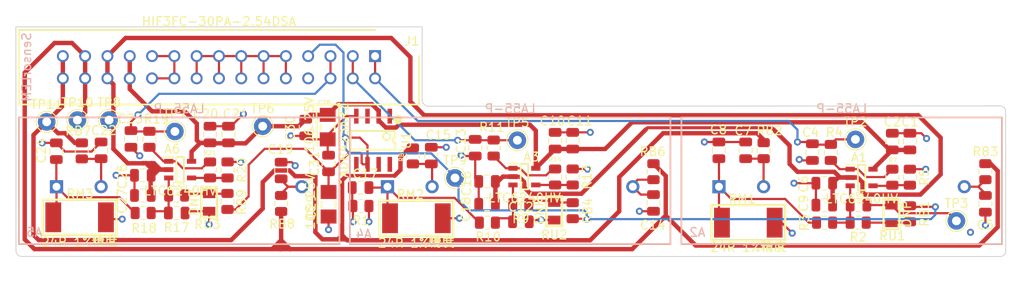
<source format=kicad_pcb>
(kicad_pcb (version 20221018) (generator pcbnew)
  (layers (0 "F.Cu" signal) (1 "In1.Cu" signal) (2 "In2.Cu" signal) (31 "B.Cu" signal) (34 "B.Paste" user) (35 "F.Paste" user) (36 "B.SilkS" user "B.Silkscreen") (37 "F.SilkS" user "F.Silkscreen") (38 "B.Mask" user) (39 "F.Mask" user) (44 "Edge.Cuts" user))
  (net 0 "")
  (net 1 "AGND")
  (net 2 "A+5V")
  (net 3 "Net-(A1-+IN)")
  (net 4 "/VSO1")
  (net 5 "12VGND")
  (net 6 "Net-(A2-POS)")
  (net 7 "A-5V")
  (net 8 "Net-(A2-NEG)")
  (net 9 "/CSO1")
  (net 10 "Net-(A3-+IN)")
  (net 11 "/VSO2")
  (net 12 "Net-(A4-POS)")
  (net 13 "Net-(A4-NEG)")
  (net 14 "/CSO2")
  (net 15 "Net-(A5-POS)")
  (net 16 "Net-(A5-NEG)")
  (net 17 "Net-(A6-+IN)")
  (net 18 "/CSO3")
  (net 19 "/VSO3")
  (net 20 "REF_3V")
  (net 21 "Net-(R2-Pad1)")
  (net 22 "Net-(A1-out)")
  (net 23 "Net-(A1--IN)")
  (net 24 "Net-(R9-Pad1)")
  (net 25 "Net-(A3-out)")
  (net 26 "Net-(A3--IN)")
  (net 27 "Net-(R17-Pad1)")
  (net 28 "Net-(A6-out)")
  (net 29 "Net-(A6--IN)")
  (net 30 "-12")
  (net 31 "+12")
  (footprint "Capacitor_SMD:C_0805_2012Metric" (layer "F.Cu") (at 173.3 118.85 -90)
    (fp_text reference "C1")
    (fp_text value "105")
  )
  (footprint "Resistor_SMD:R_0805_2012Metric" (layer "F.Cu") (at 128.9875 126 180)
    (fp_text reference "R9")
    (fp_text value "20k")
  )
  (footprint "Capacitor_SMD:C_0805_2012Metric" (layer "F.Cu") (at 154.6 119.85 90)
    (fp_text reference "C7")
    (fp_text value "47nf")
  )
  (footprint "Resistor_SMD:R_0805_2012Metric" (layer "F.Cu") (at 173.3 122.9125 -90)
    (fp_text reference "R5")
    (fp_text value "20k")
  )
  (footprint "Capacitor_SMD:C_0805_2012Metric" (layer "F.Cu") (at 89.81 127)
    (fp_text reference "C23")
    (fp_text value "101")
  )
  (footprint "Resistor_SMD:R_0805_2012Metric" (layer "F.Cu") (at 173.3 127.0875 -90)
    (fp_text reference "RB1")
    (fp_text value "0R")
  )
  (footprint "Capacitor_SMD:C_0805_2012Metric" (layer "F.Cu") (at 132.9 118.75 -90)
    (fp_text reference "C10")
    (fp_text value "105")
  )
  (footprint "Resistor_SMD:R_0805_2012Metric" (layer "F.Cu") (at 163.5875 128.1)
    (fp_text reference "R3")
    (fp_text value "10k")
  )
  (footprint "TestPoint:TestPoint_THTPad_D2.0mm_Drill1.0mm" (layer "F.Cu") (at 82.1 116.4)
    (fp_text reference "TP8")
    (fp_text value "TP-黄色测试点")
  )
  (footprint "Oshinoko:2512" (layer "F.Cu") (at 117.0034 127.2764)
    (fp_text reference "RM2")
    (fp_text value "24R 1%精度")
  )
  (footprint "Oshinoko:1206 (钽电容)" (layer "F.Cu") (at 107.1 124.6 -90)
    (fp_text reference "C29")
    (fp_text value "106 25V")
  )
  (footprint "Resistor_SMD:R_0805_2012Metric" (layer "F.Cu") (at 101.7 125.9125 90)
    (fp_text reference "RB8")
    (fp_text value "0R")
  )
  (footprint "TestPoint:TestPoint_THTPad_D2.0mm_Drill1.0mm" (layer "F.Cu") (at 75 116.6)
    (fp_text reference "TP11")
    (fp_text value "TP-黄色测试点")
  )
  (footprint "Resistor_SMD:R_0805_2012Metric" (layer "F.Cu") (at 116.7 120.4875 90)
    (fp_text reference "RB5")
    (fp_text value "0R")
  )
  (footprint "Capacitor_SMD:C_0805_2012Metric" (layer "F.Cu") (at 151.55 119.85 90)
    (fp_text reference "C8")
    (fp_text value "4.7uF")
  )
  (footprint "Resistor_SMD:R_0805_2012Metric" (layer "F.Cu") (at 125.9 119.5875 -90)
    (fp_text reference "R11")
    (fp_text value "470R")
  )
  (footprint "Capacitor_SMD:C_0805_2012Metric" (layer "F.Cu") (at 181.9 125.95 90)
    (fp_text reference "C5")
    (fp_text value "47nf")
  )
  (footprint "Resistor_SMD:R_0805_2012Metric" (layer "F.Cu") (at 93.6 122.0875 -90)
    (fp_text reference "R21")
    (fp_text value "10k")
  )
  (footprint "TestPoint:TestPoint_THTPad_D2.0mm_Drill1.0mm" (layer "F.Cu") (at 167.1 118.6)
    (fp_text reference "TP2")
    (fp_text value "TP-黄色测试点")
  )
  (footprint "Capacitor_SMD:C_0805_2012Metric" (layer "F.Cu") (at 167.45 126.1)
    (fp_text reference "C3")
    (fp_text value "101")
  )
  (footprint "Resistor_SMD:R_0805_2012Metric" (layer "F.Cu") (at 79 119.9125 90)
    (fp_text reference "RB7")
    (fp_text value "0R")
  )
  (footprint "Oshinoko:SOT95P280X100-5N" (layer "F.Cu") (at 90.2 122.05)
    (fp_text reference "A6")
    (fp_text value "LTC6240HV")
  )
  (footprint "Capacitor_SMD:C_0805_2012Metric" (layer "F.Cu") (at 101.7 122.15 -90)
    (fp_text reference "C19")
    (fp_text value "47nf")
  )
  (footprint "Resistor_SMD:R_0805_2012Metric" (layer "F.Cu") (at 125.1875 128.1)
    (fp_text reference "R10")
    (fp_text value "10k")
  )
  (footprint "Oshinoko:SOT95P280X100-5N" (layer "F.Cu") (at 167.8 122.95)
    (fp_text reference "A1")
    (fp_text value "LTC6240HV")
  )
  (footprint "TestPoint:TestPoint_THTPad_D2.0mm_Drill1.0mm" (layer "F.Cu") (at 128.6 118.7)
    (fp_text reference "TP5")
    (fp_text value "TP-黄色测试点")
  )
  (footprint "Resistor_SMD:R_0805_2012Metric" (layer "F.Cu") (at 164.3 120.0875 -90)
    (fp_text reference "R4")
    (fp_text value "470R")
  )
  (footprint "Resistor_SMD:R_0805_2012Metric" (layer "F.Cu") (at 85.9875 127)
    (fp_text reference "R18")
    (fp_text value "10k")
  )
  (footprint "Capacitor_SMD:C_0805_2012Metric" (layer "F.Cu") (at 104.5 117.25 90)
    (fp_text reference "C30")
    (fp_text value "104")
  )
  (footprint "Capacitor_SMD:C_0805_2012Metric" (layer "F.Cu") (at 93.6 118.05 -90)
    (fp_text reference "C20")
    (fp_text value "105")
  )
  (footprint "Resistor_SMD:R_0805_2012Metric" (layer "F.Cu") (at 144.1 122.2875 -90)
    (fp_text reference "RB6")
    (fp_text value "0R")
  )
  (footprint "Resistor_SMD:R_0805_2012Metric" (layer "F.Cu") (at 167.4125 128.1 180)
    (fp_text reference "R2")
    (fp_text value "20k")
  )
  (footprint "Oshinoko:SOIC-8" (layer "F.Cu") (at 114.074255 115.95 -90)
    (fp_text reference "U1")
    (fp_text value "ADR423ARZ")
  )
  (footprint "Capacitor_SMD:C_0805_2012Metric" (layer "F.Cu") (at 171.3 118.85 -90)
    (fp_text reference "C2")
    (fp_text value "103")
  )
  (footprint "Resistor_SMD:R_0805_2012Metric" (layer "F.Cu") (at 95.59 125.6825 90)
    (fp_text reference "RB9")
    (fp_text value "0R")
  )
  (footprint "Capacitor_SMD:C_0805_2012Metric" (layer "F.Cu") (at 76.1 119.95 90)
    (fp_text reference "C24")
    (fp_text value "4.7uF")
  )
  (footprint "Capacitor_SMD:C_0805_2012Metric" (layer "F.Cu") (at 118.8 120.45 90)
    (fp_text reference "C15")
    (fp_text value "47nf")
  )
  (footprint "Resistor_SMD:R_0805_2012Metric" (layer "F.Cu") (at 134.9 122.8875 -90)
    (fp_text reference "R13")
    (fp_text value "20k")
  )
  (footprint "Oshinoko:2512" (layer "F.Cu") (at 154.8034 127.7764)
    (fp_text reference "RM1")
    (fp_text value "24R 1%精度")
  )
  (footprint "Resistor_SMD:R_0805_2012Metric" (layer "F.Cu") (at 181.9 122.2875 -90)
    (fp_text reference "RB3")
    (fp_text value "0R")
  )
  (footprint "Oshinoko:SHDR30W50P254_2X15_4560X850X1200P" (layer "F.Cu") (at 112.4 109.1 180)
    (fp_text reference "J1")
    (fp_text value "HIF3FC-30PA-2.54DSA")
  )
  (footprint "Capacitor_SMD:C_0805_2012Metric" (layer "F.Cu") (at 85.95 125)
    (fp_text reference "C27")
    (fp_text value "105")
  )
  (footprint "Resistor_SMD:R_0805_2012Metric" (layer "F.Cu") (at 156.65 119.8875 90)
    (fp_text reference "RB2")
    (fp_text value "0R")
  )
  (footprint "Resistor_SMD:R_0805_2012Metric" (layer "F.Cu") (at 95.6 122.0875 -90)
    (fp_text reference "R20")
    (fp_text value "20k")
  )
  (footprint "Resistor_SMD:R_0805_2012Metric" (layer "F.Cu") (at 171.3 122.9125 -90)
    (fp_text reference "R7")
    (fp_text value "10k")
  )
  (footprint "Capacitor_SMD:C_0805_2012Metric" (layer "F.Cu") (at 144.1 125.85 90)
    (fp_text reference "C14")
    (fp_text value "47nf")
  )
  (footprint "Oshinoko:0805" (layer "F.Cu") (at 171.2 127.1 90)
    (fp_text reference "RU1")
    (fp_text value "DNP")
  )
  (footprint "Oshinoko:0805" (layer "F.Cu") (at 93.5 125.8 -90)
    (fp_text reference "RU3")
    (fp_text value "DNP")
  )
  (footprint "Capacitor_SMD:C_0805_2012Metric" (layer "F.Cu") (at 123.8 119.55 90)
    (fp_text reference "C13")
    (fp_text value "103")
  )
  (footprint "Capacitor_SMD:C_0805_2012Metric" (layer "F.Cu") (at 110.75 124.1 180)
    (fp_text reference "C17")
    (fp_text value "4.7uF")
  )
  (footprint "TestPoint:TestPoint_THTPad_D2.0mm_Drill1.0mm" (layer "F.Cu") (at 78.5 116.4)
    (fp_text reference "TP10")
    (fp_text value "TP-黄色测试点")
  )
  (footprint "Oshinoko:2512" (layer "F.Cu") (at 78.6534 127.1664)
    (fp_text reference "RM3")
    (fp_text value "24R 1%精度")
  )
  (footprint "Capacitor_SMD:C_0805_2012Metric" (layer "F.Cu") (at 81.2 119.85 90)
    (fp_text reference "C22")
    (fp_text value "47nf")
  )
  (footprint "Oshinoko:SOT95P280X100-5N" (layer "F.Cu") (at 129.4 122.85)
    (fp_text reference "A3")
    (fp_text value "LTC6240HV")
  )
  (footprint "TestPoint:TestPoint_THTPad_D2.0mm_Drill1.0mm" (layer "F.Cu") (at 178.6 127.9)
    (fp_text reference "TP3")
    (fp_text value "TP-黄色测试点")
  )
  (footprint "TestPoint:TestPoint_THTPad_D2.0mm_Drill1.0mm" (layer "F.Cu") (at 89.6 117.7)
    (fp_text reference "TP7")
    (fp_text value "TP-黄色测试点")
  )
  (footprint "Capacitor_SMD:C_0805_2012Metric" (layer "F.Cu") (at 95.7 118.05 -90)
    (fp_text reference "C21")
    (fp_text value "103")
  )
  (footprint "Capacitor_SMD:C_0805_2012Metric" (layer "F.Cu") (at 134.9 118.75 -90)
    (fp_text reference "C11")
    (fp_text value "103")
  )
  (footprint "Capacitor_SMD:C_0805_2012Metric" (layer "F.Cu") (at 84.6 118.55 90)
    (fp_text reference "C25")
    (fp_text value "103")
  )
  (footprint "Resistor_SMD:R_0805_2012Metric" (layer "F.Cu") (at 86.7 118.5875 -90)
    (fp_text reference "R19")
    (fp_text value "470R")
  )
  (footprint "Oshinoko:1206 (钽电容)" (layer "F.Cu") (at 107 115.8 -90)
    (fp_text reference "C28")
    (fp_text value "106 25V")
  )
  (footprint "TestPoint:TestPoint_THTPad_D2.0mm_Drill1.0mm" (layer "F.Cu") (at 99.6 117.1)
    (fp_text reference "TP6")
    (fp_text value "TP-黄色测试点")
  )
  (footprint "Capacitor_SMD:C_0805_2012Metric" (layer "F.Cu") (at 85.95 122.7)
    (fp_text reference "C26")
    (fp_text value "103")
  )
  (footprint "Capacitor_SMD:C_0805_2012Metric" (layer "F.Cu") (at 125.15 123.4)
    (fp_text reference "C16")
    (fp_text value "103")
  )
  (footprint "Resistor_SMD:R_0805_2012Metric" (layer "F.Cu") (at 134.9 126.7375 90)
    (fp_text reference "RB4")
    (fp_text value "0R")
  )
  (footprint "Oshinoko:0805" (layer "F.Cu") (at 132.8 126.8 -90)
    (fp_text reference "RU2")
    (fp_text value "DNP")
  )
  (footprint "Capacitor_SMD:C_0805_2012Metric" (layer "F.Cu") (at 163.55 123.6)
    (fp_text reference "C6")
    (fp_text value "103")
  )
  (footprint "Resistor_SMD:R_0805_2012Metric" (layer "F.Cu") (at 89.8 125 180)
    (fp_text reference "R17")
    (fp_text value "20k")
  )
  (footprint "Capacitor_SMD:C_0805_2012Metric" (layer "F.Cu") (at 162.2 120.05 90)
    (fp_text reference "C4")
    (fp_text value "103")
  )
  (footprint "Resistor_SMD:R_0805_2012Metric" (layer "F.Cu") (at 132.9 122.8875 -90)
    (fp_text reference "R14")
    (fp_text value "10k")
  )
  (footprint "TestPoint:TestPoint_THTPad_D2.0mm_Drill1.0mm" (layer "F.Cu") (at 121.5 123)
    (fp_text reference "TP9")
    (fp_text value "TP-黄色测试点")
  )
  (footprint "Resistor_SMD:R_0805_2012Metric" (layer "F.Cu") (at 110.7875 126.2 180)
    (fp_text reference "R1")
    (fp_text value "DNP")
  )
  (footprint "Capacitor_SMD:C_0805_2012Metric" (layer "F.Cu") (at 163.55 126.1)
    (fp_text reference "C9")
    (fp_text value "105")
  )
  (footprint "Capacitor_SMD:C_0805_2012Metric" (layer "F.Cu") (at 107.1 121.35 -90)
    (fp_text reference "C31")
    (fp_text value "104")
  )
  (footprint "Capacitor_SMD:C_0805_2012Metric" (layer "F.Cu") (at 129 128)
    (fp_text reference "C12")
    (fp_text value "101")
  )
  (footprint "Capacitor_SMD:C_0805_2012Metric" (layer "F.Cu") (at 125.15 126)
    (fp_text reference "C18")
    (fp_text value "105")
  )
  (footprint "Oshinoko:XDCR_LA55-P" (layer "B.Cu") (at 165.53 123.325)
    (fp_text reference "A2")
    (fp_text value "LA55-P")
  )
  (footprint "Oshinoko:XDCR_LA55-P" (layer "B.Cu") (at 127.78 123.325)
    (fp_text reference "A4")
    (fp_text value "LA55-P")
  )
  (footprint "Oshinoko:XDCR_LA55-P" (layer "B.Cu") (at 90.09 123.325)
    (fp_text reference "A5")
    (fp_text value "LA55-P")
  )
  (gr_arc (start 118.51033 114.81967) (mid 117.98 114.6) (end 117.76033 114.06967) (stroke (width 0.1)) (layer "Edge.Cuts"))
  (gr_line (start 184.202945 115.407941) (end 184.211918 131.29926) (stroke (width 0.1)) (layer "Edge.Cuts"))
  (gr_arc (start 72.17074 131.951932) (mid 71.71 131.78) (end 71.507041 131.332059) (stroke (width 0.1)) (layer "Edge.Cuts"))
  (gr_line (start 71.507041 131.332059) (end 71.49 105.76) (stroke (width 0.1)) (layer "Edge.Cuts"))
  (gr_line (start 117.76 105.76) (end 117.76033 114.06967) (stroke (width 0.1)) (layer "Edge.Cuts"))
  (gr_line (start 118.51 114.815959) (end 183.539246 114.784041) (stroke (width 0.1)) (layer "Edge.Cuts"))
  (gr_line (start 71.49 105.76) (end 117.76 105.76) (stroke (width 0.1)) (layer "Edge.Cuts"))
  (gr_arc (start 184.211918 131.29926) (mid 184.039986 131.76) (end 183.592045 131.962959) (stroke (width 0.1)) (layer "Edge.Cuts"))
  (gr_arc (start 183.539246 114.788068) (mid 183.999986 114.96) (end 184.202945 115.407941) (stroke (width 0.1)) (layer "Edge.Cuts"))
  (gr_line (start 183.592031 131.962959) (end 72.17074 131.951932) (stroke (width 0.1)) (layer "Edge.Cuts"))
  (gr_text "SensorLEM" (at 73.3 106.3 90) (layer "B.SilkS") (effects (font (size 1 1)) (justify left bottom mirror)))
  (segment (start 177.725 127.025) (end 178.6 127.9) (width 0.25) (layer "F.Cu") (net 1))
  (segment (start 173.3 117.9) (end 174.6 117.9) (width 0.25) (layer "F.Cu") (net 1))
  (segment (start 85 122.7) (end 82.9 122.7) (width 0.25) (layer "F.Cu") (net 1))
  (segment (start 110.264255 115.95) (end 109.15 115.95) (width 0.25) (layer "F.Cu") (net 1))
  (segment (start 162.6 123.6) (end 160.1 123.6) (width 0.25) (layer "F.Cu") (net 1))
  (segment (start 97.16 109.1) (end 97.16 111.64) (width 0.25) (layer "F.Cu") (net 1))
  (segment (start 85 125) (end 84.9 124.9) (width 0.25) (layer "F.Cu") (net 1))
  (segment (start 85 122.7) (end 85 125) (width 0.25) (layer "F.Cu") (net 1))
  (segment (start 107.1 127.4) (end 107.1 128.9) (width 0.25) (layer "F.Cu") (net 1))
  (segment (start 172.125 127.025) (end 177.725 127.025) (width 0.25) (layer "F.Cu") (net 1))
  (segment (start 93.5 126.8) (end 93.5 128.3) (width 0.25) (layer "F.Cu") (net 1))
  (segment (start 104.5 118.2) (end 104.9 118.6) (width 0.25) (layer "F.Cu") (net 1))
  (segment (start 104.5 118.2) (end 102.8 118.2) (width 0.25) (layer "F.Cu") (net 1))
  (segment (start 130.15 127.8) (end 131.3 127.8) (width 0.25) (layer "F.Cu") (net 1))
  (segment (start 168.4 126.1) (end 171.2 126.1) (width 0.25) (layer "F.Cu") (net 1))
  (segment (start 92.08 109.1) (end 92.08 111.64) (width 0.25) (layer "F.Cu") (net 1))
  (segment (start 162.6 123.6) (end 162.6 126.1) (width 0.25) (layer "F.Cu") (net 1))
  (segment (start 171.2 126.1) (end 172.125 127.025) (width 0.25) (layer "F.Cu") (net 1))
  (segment (start 85.5755 120.4755) (end 84.6 119.5) (width 0.25) (layer "F.Cu") (net 1))
  (segment (start 129.95 128) (end 130.15 127.8) (width 0.25) (layer "F.Cu") (net 1))
  (segment (start 99.7 109.1) (end 99.7 111.64) (width 0.25) (layer "F.Cu") (net 1))
  (segment (start 85.6 120.4755) (end 85.5755 120.4755) (width 0.25) (layer "F.Cu") (net 1))
  (segment (start 132.9 117.8) (end 134.9 117.8) (width 0.25) (layer "F.Cu") (net 1))
  (segment (start 134.9 117.8) (end 136.9 117.8) (width 0.25) (layer "F.Cu") (net 1))
  (segment (start 123.8 120.5) (end 122.3 120.5) (width 0.25) (layer "F.Cu") (net 1))
  (segment (start 109.15 115.95) (end 107 118.1) (width 0.25) (layer "F.Cu") (net 1))
  (segment (start 162.2 121) (end 160.8 121) (width 0.25) (layer "F.Cu") (net 1))
  (segment (start 132.8 127.8) (end 131.3 127.8) (width 0.25) (layer "F.Cu") (net 1))
  (segment (start 104.9 118.6) (end 107 118.6) (width 0.25) (layer "F.Cu") (net 1))
  (segment (start 92.08 109.1) (end 94.62 109.1) (width 0.25) (layer "F.Cu") (net 1))
  (segment (start 124.2 123.4) (end 124.2 126) (width 0.25) (layer "F.Cu") (net 1))
  (segment (start 111.7 126.2) (end 111.7 128) (width 0.25) (layer "F.Cu") (net 1))
  (segment (start 93.6 117.1) (end 95.7 117.1) (width 0.25) (layer "F.Cu") (net 1))
  (segment (start 174.6 117.9) (end 175.2 118.5) (width 0.25) (layer "F.Cu") (net 1))
  (segment (start 160.8 121) (end 160.7 120.9) (width 0.25) (layer "F.Cu") (net 1))
  (segment (start 94.62 109.1) (end 94.62 111.64) (width 0.25) (layer "F.Cu") (net 1))
  (segment (start 123.8 123) (end 124.2 123.4) (width 0.25) (layer "F.Cu") (net 1))
  (segment (start 99.7 109.1) (end 97.16 109.1) (width 0.25) (layer "F.Cu") (net 1))
  (segment (start 107 118.1) (end 107 118.6) (width 0.25) (layer "F.Cu") (net 1))
  (segment (start 122.3 120.5) (end 122.2 120.4) (width 0.25) (layer "F.Cu") (net 1))
  (segment (start 95.7 117.1) (end 96 117.1) (width 0.25) (layer "F.Cu") (net 1))
  (segment (start 107 118.6) (end 107 120.3) (width 0.25) (layer "F.Cu") (net 1))
  (segment (start 123.8 120.5) (end 123.8 123) (width 0.25) (layer "F.Cu") (net 1))
  (segment (start 107 120.3) (end 107.1 120.4) (width 0.25) (layer "F.Cu") (net 1))
  (segment (start 162.2 123.2) (end 162.6 123.6) (width 0.25) (layer "F.Cu") (net 1))
  (segment (start 96 117.1) (end 97.4 115.7) (width 0.25) (layer "F.Cu") (net 1))
  (segment (start 124.1 123) (end 124.5 123.4) (width 0.25) (layer "F.Cu") (net 1))
  (segment (start 90.96 126.8) (end 93.5 126.8) (width 0.25) (layer "F.Cu") (net 1))
  (segment (start 90.76 127) (end 90.96 126.8) (width 0.25) (layer "F.Cu") (net 1))
  (segment (start 102.24 109.1) (end 102.24 111.64) (width 0.25) (layer "F.Cu") (net 1))
  (segment (start 171.3 117.9) (end 173.3 117.9) (width 0.25) (layer "F.Cu") (net 1))
  (segment (start 102.24 109.1) (end 99.7 109.1) (width 0.25) (layer "F.Cu") (net 1))
  (segment (start 94.62 109.1) (end 97.16 109.1) (width 0.25) (layer "F.Cu") (net 1))
  (via (at 180.2 129.2) (size 0.8) (drill 0.4) (layers "F.Cu" "B.Cu") (net 1))
  (via (at 122.2 120.4) (size 0.8) (drill 0.4) (layers "F.Cu" "B.Cu") (net 1))
  (via (at 136.9 117.8) (size 0.8) (drill 0.4) (layers "F.Cu" "B.Cu") (net 1))
  (via (at 131.3 127.8) (size 0.8) (drill 0.4) (layers "F.Cu" "B.Cu") (net 1))
  (via (at 111.7 128) (size 0.8) (drill 0.4) (layers "F.Cu" "B.Cu") (net 1))
  (via (at 160.1 123.6) (size 0.8) (drill 0.4) (layers "F.Cu" "B.Cu") (net 1))
  (via (at 102.8 118.2) (size 0.8) (drill 0.4) (layers "F.Cu" "B.Cu") (net 1))
  (via (at 82.9 122.7) (size 0.8) (drill 0.4) (layers "F.Cu" "B.Cu") (net 1))
  (via (at 160.7 120.9) (size 0.8) (drill 0.4) (layers "F.Cu" "B.Cu") (net 1))
  (via (at 175.2 118.5) (size 0.8) (drill 0.4) (layers "F.Cu" "B.Cu") (net 1))
  (via (at 85.6 120.4755) (size 0.8) (drill 0.4) (layers "F.Cu" "B.Cu") (net 1))
  (via (at 107.1 128.9) (size 0.8) (drill 0.4) (layers "F.Cu" "B.Cu") (net 1))
  (via (at 93.5 128.3) (size 0.8) (drill 0.4) (layers "F.Cu" "B.Cu") (net 1))
  (via (at 97.4 115.7) (size 0.8) (drill 0.4) (layers "F.Cu" "B.Cu") (net 1))
  (segment (start 97.65 119.05) (end 99.6 117.1) (width 0.5) (layer "F.Cu") (net 2))
  (segment (start 167.85 116.65) (end 171.15 119.95) (width 0.5) (layer "F.Cu") (net 2))
  (segment (start 84.46 112.86) (end 87 115.4) (width 0.5) (layer "F.Cu") (net 2))
  (segment (start 90.7 115.4) (end 92.1 116.8) (width 0.5) (layer "F.Cu") (net 2))
  (segment (start 113.619255 117.25) (end 114.779255 117.25) (width 0.5) (layer "F.Cu") (net 2))
  (segment (start 132.9 119.7) (end 134.9 119.7) (width 0.5) (layer "F.Cu") (net 2))
  (segment (start 112.039255 114.59) (end 108.21 114.59) (width 0.5) (layer "F.Cu") (net 2))
  (segment (start 93.61 119.05) (end 97.65 119.05) (width 0.5) (layer "F.Cu") (net 2))
  (segment (start 92.1 118.7) (end 92.4 119) (width 0.5) (layer "F.Cu") (net 2))
  (segment (start 91.5 120) (end 92.5 119) (width 0.5) (layer "F.Cu") (net 2))
  (segment (start 138.6 119.7) (end 141.65 116.65) (width 0.5) (layer "F.Cu") (net 2))
  (segment (start 141.65 116.65) (end 167.85 116.65) (width 0.5) (layer "F.Cu") (net 2))
  (segment (start 105 115.8) (end 107 115.8) (width 0.5) (layer "F.Cu") (net 2))
  (segment (start 92.1 116.8) (end 92.1 118.7) (width 0.5) (layer "F.Cu") (net 2))
  (segment (start 112.804255 115.95) (end 112.804255 115.355) (width 0.5) (layer "F.Cu") (net 2))
  (segment (start 104.5 116.3) (end 105 115.8) (width 0.5) (layer "F.Cu") (net 2))
  (segment (start 84.46 111.64) (end 84.46 112.86) (width 0.5) (layer "F.Cu") (net 2))
  (segment (start 114.779255 117.25) (end 115.099255 116.93) (width 0.5) (layer "F.Cu") (net 2))
  (segment (start 84.46 109.1) (end 84.46 111.64) (width 0.5) (layer "F.Cu") (net 2))
  (segment (start 103.7 117.1) (end 104.5 116.3) (width 0.5) (layer "F.Cu") (net 2))
  (segment (start 92.4 119) (end 93.6 119) (width 0.5) (layer "F.Cu") (net 2))
  (segment (start 171.3 119.8) (end 173.3 119.8) (width 0.5) (layer "F.Cu") (net 2))
  (segment (start 130.03 116.93) (end 130.7 117.6) (width 0.5) (layer "F.Cu") (net 2))
  (segment (start 112.804255 115.355) (end 112.039255 114.59) (width 0.5) (layer "F.Cu") (net 2))
  (segment (start 92.5 119) (end 93.6 119) (width 0.5) (layer "F.Cu") (net 2))
  (segment (start 132.9 119.7) (end 130.7 121.9) (width 0.5) (layer "F.Cu") (net 2))
  (segment (start 112.804255 116.435) (end 113.619255 117.25) (width 0.5) (layer "F.Cu") (net 2))
  (segment (start 115.099255 116.93) (end 130.03 116.93) (width 0.5) (layer "F.Cu") (net 2))
  (segment (start 87 115.4) (end 90.7 115.4) (width 0.5) (layer "F.Cu") (net 2))
  (segment (start 171.15 119.95) (end 169.1 122) (width 0.5) (layer "F.Cu") (net 2))
  (segment (start 130.7 117.6) (end 130.7 121.9) (width 0.5) (layer "F.Cu") (net 2))
  (segment (start 134.9 119.7) (end 138.6 119.7) (width 0.5) (layer "F.Cu") (net 2))
  (segment (start 91.5 121.1) (end 91.5 120) (width 0.5) (layer "F.Cu") (net 2))
  (segment (start 108.21 114.59) (end 107 115.8) (width 0.5) (layer "F.Cu") (net 2))
  (segment (start 112.804255 115.95) (end 112.804255 116.435) (width 0.5) (layer "F.Cu") (net 2))
  (segment (start 99.6 117.1) (end 103.7 117.1) (width 0.5) (layer "F.Cu") (net 2))
  (segment (start 164.5 128.1) (end 166.5 128.1) (width 0.25) (layer "F.Cu") (net 3))
  (segment (start 166.5 123.9) (end 166.5 126.1) (width 0.25) (layer "F.Cu") (net 3))
  (segment (start 166.5 126.1) (end 166.5 128.1) (width 0.25) (layer "F.Cu") (net 3))
  (segment (start 164.3 119.175) (end 164.875 118.6) (width 0.25) (layer "F.Cu") (net 4))
  (segment (start 162 118.9) (end 162.2 119.1) (width 0.25) (layer "F.Cu") (net 4))
  (segment (start 160.5 118.9) (end 162 118.9) (width 0.25) (layer "F.Cu") (net 4))
  (segment (start 164.875 118.6) (end 167.1 118.6) (width 0.25) (layer "F.Cu") (net 4))
  (segment (start 162.1875 119.2) (end 164.2125 119.2) (width 0.25) (layer "F.Cu") (net 4))
  (segment (start 112.4 109.1) (end 112.4 111.64) (width 0.25) (layer "F.Cu") (net 4))
  (via (at 160.5 118.9) (size 0.8) (drill 0.4) (layers "F.Cu" "B.Cu") (net 4))
  (segment (start 117.26 116.5) (end 159.5 116.5) (width 0.25) (layer "B.Cu") (net 4))
  (segment (start 112.4 111.64) (end 117.26 116.5) (width 0.25) (layer "B.Cu") (net 4))
  (segment (start 160.5 117.5) (end 160.5 118.9) (width 0.25) (layer "B.Cu") (net 4))
  (segment (start 159.5 116.5) (end 160.5 117.5) (width 0.25) (layer "B.Cu") (net 4))
  (segment (start 87 111.64) (end 89.54 111.64) (width 0.25) (layer "F.Cu") (net 5))
  (segment (start 109.875 126.2) (end 109.875 127.975) (width 0.25) (layer "F.Cu") (net 5))
  (segment (start 87 109.1) (end 89.54 109.1) (width 0.25) (layer "F.Cu") (net 5))
  (segment (start 118.8 119.5) (end 120.5 119.5) (width 0.25) (layer "F.Cu") (net 5))
  (segment (start 101.7 121.2) (end 102.9 121.2) (width 0.25) (layer "F.Cu") (net 5))
  (segment (start 109.6 126.125) (end 109.675 126.2) (width 0.25) (layer "F.Cu") (net 5))
  (segment (start 95.6 121.175) (end 97.075 121.175) (width 0.25) (layer "F.Cu") (net 5))
  (segment (start 157.9 128.1) (end 158.7 128.1) (width 0.25) (layer "F.Cu") (net 5))
  (segment (start 134.9 121.975) (end 136.575 121.975) (width 0.25) (layer "F.Cu") (net 5))
  (segment (start 136.575 121.975) (end 136.6 122) (width 0.25) (layer "F.Cu") (net 5))
  (segment (start 158.7 128.1) (end 159.9 129.3) (width 0.25) (layer "F.Cu") (net 5))
  (segment (start 89.54 109.1) (end 89.54 111.64) (width 0.25) (layer "F.Cu") (net 5))
  (segment (start 120.1 127.6) (end 122 127.6) (width 0.25) (layer "F.Cu") (net 5))
  (segment (start 80.1125 119.9875) (end 81.2 118.9) (width 0.25) (layer "F.Cu") (net 5))
  (segment (start 151.55 118.9) (end 149.9 118.9) (width 0.25) (layer "F.Cu") (net 5))
  (segment (start 181.9 126.9) (end 181.9 128.4) (width 0.25) (layer "F.Cu") (net 5))
  (segment (start 77.0875 119.9875) (end 80.1125 119.9875) (width 0.25) (layer "F.Cu") (net 5))
  (segment (start 151.55 118.9) (end 154.6 118.9) (width 0.25) (layer "F.Cu") (net 5))
  (segment (start 109.875 127.975) (end 109.9 128) (width 0.25) (layer "F.Cu") (net 5))
  (segment (start 144.1 126.8) (end 142.5 126.8) (width 0.25) (layer "F.Cu") (net 5))
  (segment (start 102.9 121.2) (end 103.3 121.6) (width 0.25) (layer "F.Cu") (net 5))
  (segment (start 81.7 127.7) (end 83.6 127.7) (width 0.25) (layer "F.Cu") (net 5))
  (segment (start 76.1 119) (end 74.5 119) (width 0.25) (layer "F.Cu") (net 5))
  (segment (start 109.8 124.1) (end 109.8 126.125) (width 0.25) (layer "F.Cu") (net 5))
  (segment (start 109.8 126.125) (end 109.875 126.2) (width 0.25) (layer "F.Cu") (net 5))
  (segment (start 173.3 122) (end 175.1 122) (width 0.25) (layer "F.Cu") (net 5))
  (segment (start 97.075 121.175) (end 97.1 121.2) (width 0.25) (layer "F.Cu") (net 5))
  (segment (start 76.1 119) (end 77.0875 119.9875) (width 0.25) (layer "F.Cu") (net 5))
  (via (at 175.1 122) (size 0.8) (drill 0.4) (layers "F.Cu" "B.Cu") (net 5))
  (via (at 97.1 121.2) (size 0.8) (drill 0.4) (layers "F.Cu" "B.Cu") (net 5))
  (via (at 103.3 121.6) (size 0.8) (drill 0.4) (layers "F.Cu" "B.Cu") (net 5))
  (via (at 109.9 128) (size 0.8) (drill 0.4) (layers "F.Cu" "B.Cu") (net 5))
  (via (at 159.9 129.3) (size 0.8) (drill 0.4) (layers "F.Cu" "B.Cu") (net 5))
  (via (at 136.6 122) (size 0.8) (drill 0.4) (layers "F.Cu" "B.Cu") (net 5))
  (via (at 83.6 127.7) (size 0.8) (drill 0.4) (layers "F.Cu" "B.Cu") (net 5))
  (via (at 74.5 119) (size 0.8) (drill 0.4) (layers "F.Cu" "B.Cu") (net 5))
  (via (at 149.9 118.9) (size 0.8) (drill 0.4) (layers "F.Cu" "B.Cu") (net 5))
  (via (at 120.5 119.5) (size 0.8) (drill 0.4) (layers "F.Cu" "B.Cu") (net 5))
  (via (at 142.5 126.8) (size 0.8) (drill 0.4) (layers "F.Cu" "B.Cu") (net 5))
  (via (at 181.9 128.4) (size 0.8) (drill 0.4) (layers "F.Cu" "B.Cu") (net 5))
  (via (at 122 127.6) (size 0.8) (drill 0.4) (layers "F.Cu" "B.Cu") (net 5))
  (segment (start 181.9 124.8) (end 181.1 124) (width 0.25) (layer "F.Cu") (net 6))
  (segment (start 181.1 124) (end 179.5 124) (width 0.25) (layer "F.Cu") (net 6))
  (segment (start 181.9 123.2) (end 181.1 124) (width 0.25) (layer "F.Cu") (net 6))
  (segment (start 181.9 125) (end 181.9 124.8) (width 0.25) (layer "F.Cu") (net 6))
  (segment (start 87.95 122.05) (end 88.9 122.05) (width 0.5) (layer "F.Cu") (net 7))
  (segment (start 88.9 122.05) (end 87.75 122.05) (width 0.5) (layer "F.Cu") (net 7))
  (segment (start 86.84 124.94) (end 86.9 125) (width 0.5) (layer "F.Cu") (net 7))
  (segment (start 159.6 121.4) (end 159.6 119.3) (width 0.5) (layer "F.Cu") (net 7))
  (segment (start 176.8 122.6) (end 174.5 124.9) (width 0.5) (layer "F.Cu") (net 7))
  (segment (start 130.1 124.8) (end 129.4 124.1) (width 0.5) (layer "F.Cu") (net 7))
  (segment (start 129.4 123.65) (end 129.4 123.42) (width 0.4) (layer "F.Cu") (net 7))
  (segment (start 135.9 124.8) (end 130.1 124.8) (width 0.5) (layer "F.Cu") (net 7))
  (segment (start 164.5 123.6) (end 164.5 126.1) (width 0.5) (layer "F.Cu") (net 7))
  (segment (start 86.84 122.96) (end 86.84 124.94) (width 0.5) (layer "F.Cu") (net 7))
  (segment (start 86.96 121.82) (end 87.39 121.82) (width 0.5) (layer "F.Cu") (net 7))
  (segment (start 128.1 122.85) (end 126.95 122.85) (width 0.5) (layer "F.Cu") (net 7))
  (segment (start 174.5 124.9) (end 168.2 124.9) (width 0.5) (layer "F.Cu") (net 7))
  (segment (start 86.9 121.91) (end 86.31 121.32) (width 0.5) (layer "F.Cu") (net 7))
  (segment (start 117.983466 115.85) (end 174.25 115.85) (width 0.5) (layer "F.Cu") (net 7))
  (segment (start 86.96 121.32) (end 86.96 121.82) (width 0.5) (layer "F.Cu") (net 7))
  (segment (start 126.95 122.85) (end 126.4 123.4) (width 0.5) (layer "F.Cu") (net 7))
  (segment (start 165.15 122.95) (end 164.5 123.6) (width 0.5) (layer "F.Cu") (net 7))
  (segment (start 165.35 122.95) (end 164.7 122.3) (width 0.5) (layer "F.Cu") (net 7))
  (segment (start 86.9 122.7) (end 86.9 121.91) (width 0.5) (layer "F.Cu") (net 7))
  (segment (start 87.39 121.82) (end 87.685 122.115) (width 0.5) (layer "F.Cu") (net 7))
  (segment (start 86.96 121.82) (end 86.96 122.64) (width 0.5) (layer "F.Cu") (net 7))
  (segment (start 166.5 122.95) (end 165.15 122.95) (width 0.5) (layer "F.Cu") (net 7))
  (segment (start 129.4 123.42) (end 128.83 122.85) (width 0.4) (layer "F.Cu") (net 7))
  (segment (start 86.31 121.32) (end 86.96 121.32) (width 0.5) (layer "F.Cu") (net 7))
  (segment (start 167.9 123.5) (end 167.35 122.95) (width 0.5) (layer "F.Cu") (net 7))
  (segment (start 85.957582 121.32) (end 86.31 121.32) (width 0.5) (layer "F.Cu") (net 7))
  (segment (start 128.83 122.85) (end 128.6 122.85) (width 0.4) (layer "F.Cu") (net 7))
  (segment (start 166.5 122.95) (end 165.35 122.95) (width 0.5) (layer "F.Cu") (net 7))
  (segment (start 87.75 122.05) (end 87.685 122.115) (width 0.5) (layer "F.Cu") (net 7))
  (segment (start 159.6 119.3) (end 157.775 117.475) (width 0.5) (layer "F.Cu") (net 7))
  (segment (start 157.775 117.475) (end 157.615 117.315) (width 0.25) (layer "F.Cu") (net 7))
  (segment (start 81.92 111.64) (end 82.6 112.32) (width 0.5) (layer "F.Cu") (net 7))
  (segment (start 87.685 122.115) (end 86.84 122.96) (width 0.5) (layer "F.Cu") (net 7))
  (segment (start 86.96 121.32) (end 87.22 121.32) (width 0.5) (layer "F.Cu") (net 7))
  (segment (start 116.42 109.22) (end 116.42 114.286534) (width 0.5) (layer "F.Cu") (net 7))
  (segment (start 167.9 124.6) (end 167.9 123.5) (width 0.5) (layer "F.Cu") (net 7))
  (segment (start 167.35 122.95) (end 166.5 122.95) (width 0.5) (layer "F.Cu") (net 7))
  (segment (start 176.8 118.4) (end 176.8 122.6) (width 0.5) (layer "F.Cu") (net 7))
  (segment (start 157.575 117.275) (end 143.425 117.275) (width 0.35) (layer "F.Cu") (net 7))
  (segment (start 157.615 117.315) (end 157.575 117.275) (width 0.35) (layer "F.Cu") (net 7))
  (segment (start 143.225 117.475) (end 135.9 124.8) (width 0.5) (layer "F.Cu") (net 7))
  (segment (start 83.99 107.03) (end 114.23 107.03) (width 0.5) (layer "F.Cu") (net 7))
  (segment (start 81.92 109.1) (end 83.99 107.03) (width 0.5) (layer "F.Cu") (net 7))
  (segment (start 114.23 107.03) (end 116.42 109.22) (width 0.5) (layer "F.Cu") (net 7))
  (segment (start 84.2255 121.3255) (end 85.952082 121.3255) (width 0.5) (layer "F.Cu") (net 7))
  (segment (start 128.6 122.85) (end 128.1 122.85) (width 0.5) (layer "F.Cu") (net 7))
  (segment (start 160.5 122.3) (end 159.6 121.4) (width 0.5) (layer "F.Cu") (net 7))
  (segment (start 82.6 112.32) (end 82.6 119.7) (width 0.5) (layer "F.Cu") (net 7))
  (segment (start 126.1 123.4) (end 126.1 126) (width 0.5) (layer "F.Cu") (net 7))
  (segment (start 87.22 121.32) (end 87.95 122.05) (width 0.5) (layer "F.Cu") (net 7))
  (segment (start 143.425 117.275) (end 143.385 117.315) (width 0.35) (layer "F.Cu") (net 7))
  (segment (start 164.7 122.3) (end 160.5 122.3) (width 0.5) (layer "F.Cu") (net 7))
  (segment (start 86.96 122.64) (end 86.9 122.7) (width 0.5) (layer "F.Cu") (net 7))
  (segment (start 174.25 115.85) (end 176.8 118.4) (width 0.5) (layer "F.Cu") (net 7))
  (segment (start 85.952082 121.3255) (end 85.957582 121.32) (width 0.5) (layer "F.Cu") (net 7))
  (segment (start 129.4 124.1) (end 129.4 123.65) (width 0.5) (layer "F.Cu") (net 7))
  (segment (start 116.42 114.286534) (end 117.983466 115.85) (width 0.5) (layer "F.Cu") (net 7))
  (segment (start 168.2 124.9) (end 167.9 124.6) (width 0.5) (layer "F.Cu") (net 7))
  (segment (start 81.92 109.1) (end 81.92 111.64) (width 0.5) (layer "F.Cu") (net 7))
  (segment (start 82.6 119.7) (end 84.2255 121.3255) (width 0.5) (layer "F.Cu") (net 7))
  (segment (start 143.385 117.315) (end 143.225 117.475) (width 0.25) (layer "F.Cu") (net 7))
  (segment (start 156.64 120.81) (end 156.64 124) (width 0.25) (layer "F.Cu") (net 8))
  (segment (start 154.6 120.8) (end 156.65 120.8) (width 0.25) (layer "F.Cu") (net 8))
  (segment (start 156.65 120.8) (end 156.64 120.81) (width 0.25) (layer "F.Cu") (net 8))
  (segment (start 151.56 124) (end 152.96 125.4) (width 0.25) (layer "F.Cu") (net 9))
  (segment (start 161.8 128.1) (end 162.675 128.1) (width 0.25) (layer "F.Cu") (net 9))
  (segment (start 151.56 127.76) (end 151.9 128.1) (width 0.25) (layer "F.Cu") (net 9))
  (segment (start 159.1 125.4) (end 161.8 128.1) (width 0.25) (layer "F.Cu") (net 9))
  (segment (start 152.96 125.4) (end 159.1 125.4) (width 0.25) (layer "F.Cu") (net 9))
  (segment (start 151.56 120.81) (end 151.56 124) (width 0.25) (layer "F.Cu") (net 9))
  (segment (start 151.55 120.8) (end 151.56 120.81) (width 0.25) (layer "F.Cu") (net 9))
  (segment (start 151.56 124) (end 151.56 127.76) (width 0.25) (layer "F.Cu") (net 9))
  (segment (start 126.4 127.6) (end 128.075 127.6) (width 0.25) (layer "F.Cu") (net 10))
  (segment (start 128.1 123.8) (end 128.1 127.575) (width 0.25) (layer "F.Cu") (net 10))
  (segment (start 128.1 127.575) (end 128.075 127.6) (width 0.25) (layer "F.Cu") (net 10))
  (segment (start 125.9 118.675) (end 125.925 118.7) (width 0.25) (layer "F.Cu") (net 11))
  (segment (start 109.86 109.1) (end 109.86 111.64) (width 0.25) (layer "F.Cu") (net 11))
  (segment (start 125.9125 118.7) (end 123.8875 118.7) (width 0.25) (layer "F.Cu") (net 11))
  (segment (start 123.7 118.7) (end 123.8 118.6) (width 0.25) (layer "F.Cu") (net 11))
  (segment (start 121.8 118.7) (end 123.7 118.7) (width 0.25) (layer "F.Cu") (net 11))
  (segment (start 125.925 118.7) (end 128.6 118.7) (width 0.25) (layer "F.Cu") (net 11))
  (via (at 121.8 118.7) (size 0.8) (drill 0.4) (layers "F.Cu" "B.Cu") (net 11))
  (segment (start 109.86 111.64) (end 116.92 118.7) (width 0.25) (layer "B.Cu") (net 11))
  (segment (start 116.92 118.7) (end 121.8 118.7) (width 0.25) (layer "B.Cu") (net 11))
  (segment (start 142.3 123.2) (end 144.1 123.2) (width 0.25) (layer "F.Cu") (net 12))
  (segment (start 144.1 124.9) (end 142.65 124.9) (width 0.25) (layer "F.Cu") (net 12))
  (segment (start 142.65 124.9) (end 141.75 124) (width 0.25) (layer "F.Cu") (net 12))
  (segment (start 141.75 123.75) (end 142.3 123.2) (width 0.25) (layer "F.Cu") (net 12))
  (segment (start 141.75 124) (end 141.75 123.75) (width 0.25) (layer "F.Cu") (net 12))
  (segment (start 119 123.89) (end 118.89 124) (width 0.25) (layer "F.Cu") (net 13))
  (segment (start 119 121.4) (end 117 121.4) (width 0.25) (layer "F.Cu") (net 13))
  (segment (start 118.89 124) (end 118.89 121.51) (width 0.25) (layer "F.Cu") (net 13))
  (segment (start 118.89 121.51) (end 119 121.4) (width 0.25) (layer "F.Cu") (net 13))
  (segment (start 113.81 124) (end 115.08 125.27) (width 0.25) (layer "F.Cu") (net 14))
  (segment (start 115.08 125.27) (end 121.445 125.27) (width 0.25) (layer "F.Cu") (net 14))
  (segment (start 113.81 127.81) (end 114.1 128.1) (width 0.25) (layer "F.Cu") (net 14))
  (segment (start 111.5 124.1) (end 113.71 124.1) (width 0.25) (layer "F.Cu") (net 14))
  (segment (start 121.445 125.27) (end 124.275 128.1) (width 0.25) (layer "F.Cu") (net 14))
  (segment (start 113.81 124) (end 113.81 127.81) (width 0.25) (layer "F.Cu") (net 14))
  (segment (start 113.71 124.1) (end 113.81 124) (width 0.25) (layer "F.Cu") (net 14))
  (segment (start 104.06 124) (end 102.5 124) (width 0.25) (layer "F.Cu") (net 15))
  (segment (start 102.475 124) (end 101.7 123.225) (width 0.25) (layer "F.Cu") (net 15))
  (segment (start 104.06 124) (end 102.475 124) (width 0.25) (layer "F.Cu") (net 15))
  (segment (start 102.5 124) (end 101.7 124.8) (width 0.25) (layer "F.Cu") (net 15))
  (segment (start 81.175 120.825) (end 81.2 120.8) (width 0.25) (layer "F.Cu") (net 16))
  (segment (start 79 120.825) (end 81.175 120.825) (width 0.25) (layer "F.Cu") (net 16))
  (segment (start 81.2 120.8) (end 81.2 124) (width 0.25) (layer "F.Cu") (net 16))
  (segment (start 88.9 126.8) (end 87.1 126.8) (width 0.25) (layer "F.Cu") (net 17))
  (segment (start 88.9 124.7875) (end 88.8875 124.8) (width 0.25) (layer "F.Cu") (net 17))
  (segment (start 88.9 123) (end 88.9 124.7875) (width 0.25) (layer "F.Cu") (net 17))
  (segment (start 88.8875 124.8) (end 88.8875 126.7875) (width 0.25) (layer "F.Cu") (net 17))
  (segment (start 87.1 126.8) (end 86.9 127) (width 0.25) (layer "F.Cu") (net 17))
  (segment (start 88.8875 126.7875) (end 88.9 126.8) (width 0.25) (layer "F.Cu") (net 17))
  (segment (start 85.375 126.7) (end 85.375 126.6) (width 0.25) (layer "F.Cu") (net 18))
  (segment (start 76.1 120.9) (end 76.1 123.98) (width 0.25) (layer "F.Cu") (net 18))
  (segment (start 76.1 123.98) (end 76.12 124) (width 0.25) (layer "F.Cu") (net 18))
  (segment (start 76.12 124) (end 77.32 125.2) (width 0.25) (layer "F.Cu") (net 18))
  (segment (start 77.32 125.2) (end 83.275 125.2) (width 0.25) (layer "F.Cu") (net 18))
  (segment (start 83.275 125.2) (end 85.075 127) (width 0.25) (layer "F.Cu") (net 18))
  (segment (start 76.12 124) (end 76.12 127.28) (width 0.25) (layer "F.Cu") (net 18))
  (segment (start 76.12 127.28) (end 75.7 127.7) (width 0.25) (layer "F.Cu") (net 18))
  (segment (start 84.5875 117.7) (end 86.6125 117.7) (width 0.25) (layer "F.Cu") (net 19))
  (segment (start 107.32 109.1) (end 107.32 111.64) (width 0.25) (layer "F.Cu") (net 19))
  (segment (start 86.725 117.7) (end 89.6 117.7) (width 0.25) (layer "F.Cu") (net 19))
  (segment (start 84.6 116.6) (end 84.6 117.6) (width 0.25) (layer "F.Cu") (net 19))
  (segment (start 86.7 117.675) (end 86.725 117.7) (width 0.25) (layer "F.Cu") (net 19))
  (segment (start 85.4 115.8) (end 84.6 116.6) (width 0.25) (layer "F.Cu") (net 19))
  (via (at 85.4 115.8) (size 0.8) (drill 0.4) (layers "F.Cu" "B.Cu") (net 19))
  (segment (start 85.4 115.8) (end 87.8 113.4) (width 0.25) (layer "B.Cu") (net 19))
  (segment (start 87.8 113.4) (end 105.56 113.4) (width 0.25) (layer "B.Cu") (net 19))
  (segment (start 105.56 113.4) (end 107.32 111.64) (width 0.25) (layer "B.Cu") (net 19))
  (segment (start 98 121.498959) (end 98 125.1) (width 0.25) (layer "F.Cu") (net 20))
  (segment (start 110.709255 120.14) (end 110.87 120.300745) (width 0.25) (layer "F.Cu") (net 20))
  (segment (start 136.45 127.65) (end 136.5 127.7) (width 0.25) (layer "F.Cu") (net 20))
  (segment (start 110.655 118.4) (end 111.534255 119.279255) (width 0.25) (layer "F.Cu") (net 20))
  (segment (start 111.02 121.45) (end 111.534255 121.45) (width 0.25) (layer "F.Cu") (net 20))
  (segment (start 99.823959 119.675) (end 98 121.498959) (width 0.25) (layer "F.Cu") (net 20))
  (segment (start 176.2 126.3) (end 173.425 126.3) (width 0.25) (layer "F.Cu") (net 20))
  (segment (start 109 118.4) (end 110.655 118.4) (width 0.25) (layer "F.Cu") (net 20))
  (segment (start 104.475 119.675) (end 99.823959 119.675) (width 0.25) (layer "F.Cu") (net 20))
  (segment (start 107.28 122.3) (end 109.44 120.14) (width 0.25) (layer "F.Cu") (net 20))
  (segment (start 109.44 120.14) (end 110.709255 120.14) (width 0.25) (layer "F.Cu") (net 20))
  (segment (start 110.87 121.3) (end 111.02 121.45) (width 0.25) (layer "F.Cu") (net 20))
  (segment (start 134.9 127.65) (end 136.45 127.65) (width 0.25) (layer "F.Cu") (net 20))
  (segment (start 107.1 122.3) (end 107.28 122.3) (width 0.25) (layer "F.Cu") (net 20))
  (segment (start 107.1 122.3) (end 107.1 124.6) (width 0.25) (layer "F.Cu") (net 20))
  (segment (start 111.534255 119.279255) (end 111.534255 121.45) (width 0.25) (layer "F.Cu") (net 20))
  (segment (start 107.1 122.3) (end 104.475 119.675) (width 0.25) (layer "F.Cu") (net 20))
  (segment (start 110.87 120.300745) (end 110.87 121.3) (width 0.25) (layer "F.Cu") (net 20))
  (segment (start 173.425 126.3) (end 173.3 126.175) (width 0.25) (layer "F.Cu") (net 20))
  (segment (start 96.505 126.595) (end 95.59 126.595) (width 0.25) (layer "F.Cu") (net 20))
  (segment (start 98 125.1) (end 96.505 126.595) (width 0.25) (layer "F.Cu") (net 20))
  (via (at 136.5 127.7) (size 0.8) (drill 0.4) (layers "F.Cu" "B.Cu") (net 20))
  (via (at 109 118.4) (size 0.8) (drill 0.4) (layers "F.Cu" "B.Cu") (net 20))
  (via (at 176.2 126.3) (size 0.8) (drill 0.4) (layers "F.Cu" "B.Cu") (net 20))
  (segment (start 136.5 127.7) (end 175.7 127.7) (width 0.25) (layer "B.Cu") (net 20))
  (segment (start 106.08 107.8) (end 104.78 109.1) (width 0.25) (layer "B.Cu") (net 20))
  (segment (start 118.8 120.2) (end 121.9 123.3) (width 0.25) (layer "B.Cu") (net 20))
  (segment (start 108.8 108.7) (end 107.9 107.8) (width 0.25) (layer "B.Cu") (net 20))
  (segment (start 109 119.7) (end 109.5 120.2) (width 0.25) (layer "B.Cu") (net 20))
  (segment (start 175.7 127.7) (end 176.2 127.2) (width 0.25) (layer "B.Cu") (net 20))
  (segment (start 176.2 127.2) (end 176.2 126.3) (width 0.25) (layer "B.Cu") (net 20))
  (segment (start 121.9 123.3) (end 121.9 125.5) (width 0.25) (layer "B.Cu") (net 20))
  (segment (start 107.9 107.8) (end 106.08 107.8) (width 0.25) (layer "B.Cu") (net 20))
  (segment (start 123.1 126.7) (end 136.2 126.7) (width 0.25) (layer "B.Cu") (net 20))
  (segment (start 109 118.4) (end 109 119.7) (width 0.25) (layer "B.Cu") (net 20))
  (segment (start 121.9 125.5) (end 123.1 126.7) (width 0.25) (layer "B.Cu") (net 20))
  (segment (start 136.5 127) (end 136.5 127.7) (width 0.25) (layer "B.Cu") (net 20))
  (segment (start 136.2 126.7) (end 136.5 127) (width 0.25) (layer "B.Cu") (net 20))
  (segment (start 109 118.4) (end 108.8 118.2) (width 0.25) (layer "B.Cu") (net 20))
  (segment (start 109.5 120.2) (end 118.8 120.2) (width 0.25) (layer "B.Cu") (net 20))
  (segment (start 108.8 118.2) (end 108.8 108.7) (width 0.25) (layer "B.Cu") (net 20))
  (segment (start 173.2 128.1) (end 173.3 128) (width 0.25) (layer "F.Cu") (net 21))
  (segment (start 168.325 128.1) (end 171.2 128.1) (width 0.25) (layer "F.Cu") (net 21))
  (segment (start 171.2 128.1) (end 173.2 128.1) (width 0.25) (layer "F.Cu") (net 21))
  (segment (start 168.3 122.9) (end 170.4 122.9) (width 0.25) (layer "F.Cu") (net 22))
  (segment (start 166.5 122) (end 167.4 122) (width 0.25) (layer "F.Cu") (net 22))
  (segment (start 170.4 122.9) (end 171.3 122) (width 0.25) (layer "F.Cu") (net 22))
  (segment (start 167.4 122) (end 168.3 122.9) (width 0.25) (layer "F.Cu") (net 22))
  (segment (start 165.3 122) (end 164.3 121) (width 0.25) (layer "F.Cu") (net 22))
  (segment (start 166.5 122) (end 165.3 122) (width 0.25) (layer "F.Cu") (net 22))
  (segment (start 169.1 123.9) (end 171.225 123.9) (width 0.25) (layer "F.Cu") (net 23))
  (segment (start 171.225 123.9) (end 171.3 123.825) (width 0.25) (layer "F.Cu") (net 23))
  (segment (start 171.3 123.825) (end 173.3 123.825) (width 0.25) (layer "F.Cu") (net 23))
  (segment (start 132.6 125.6) (end 132.8 125.8) (width 0.25) (layer "F.Cu") (net 24))
  (segment (start 129.9 125.6) (end 132.6 125.6) (width 0.25) (layer "F.Cu") (net 24))
  (segment (start 134.875 125.8) (end 134.9 125.825) (width 0.25) (layer "F.Cu") (net 24))
  (segment (start 132.8 125.8) (end 134.875 125.8) (width 0.25) (layer "F.Cu") (net 24))
  (segment (start 129.7 122.7) (end 131.875 122.7) (width 0.25) (layer "F.Cu") (net 25))
  (segment (start 128.1 121.9) (end 127.3 121.9) (width 0.25) (layer "F.Cu") (net 25))
  (segment (start 131.875 122.7) (end 132.6 121.975) (width 0.25) (layer "F.Cu") (net 25))
  (segment (start 127.3 121.9) (end 125.9 120.5) (width 0.25) (layer "F.Cu") (net 25))
  (segment (start 128.9 121.9) (end 129.7 122.7) (width 0.25) (layer "F.Cu") (net 25))
  (segment (start 128.1 121.9) (end 128.9 121.9) (width 0.25) (layer "F.Cu") (net 25))
  (segment (start 130.7 123.8) (end 134.9 123.8) (width 0.25) (layer "F.Cu") (net 26))
  (segment (start 90.7125 125) (end 90.9125 124.8) (width 0.25) (layer "F.Cu") (net 27))
  (segment (start 95.56 124.8) (end 95.59 124.77) (width 0.25) (layer "F.Cu") (net 27))
  (segment (start 93.5 124.8) (end 95.56 124.8) (width 0.25) (layer "F.Cu") (net 27))
  (segment (start 90.9125 124.8) (end 93.5 124.8) (width 0.25) (layer "F.Cu") (net 27))
  (segment (start 90.5 121.9) (end 92.675 121.9) (width 0.25) (layer "F.Cu") (net 28))
  (segment (start 89.7 121.1) (end 90.3 121.7) (width 0.25) (layer "F.Cu") (net 28))
  (segment (start 88.9 121.1) (end 88.3 121.1) (width 0.25) (layer "F.Cu") (net 28))
  (segment (start 88.3 121.1) (end 86.7 119.5) (width 0.25) (layer "F.Cu") (net 28))
  (segment (start 90.3 121.7) (end 90.5 121.9) (width 0.25) (layer "F.Cu") (net 28))
  (segment (start 88.9 121.1) (end 89.7 121.1) (width 0.25) (layer "F.Cu") (net 28))
  (segment (start 92.675 121.9) (end 93.4 121.175) (width 0.25) (layer "F.Cu") (net 28))
  (segment (start 91.5 123) (end 93.4 123) (width 0.25) (layer "F.Cu") (net 29))
  (segment (start 93.4 123) (end 95.4 123) (width 0.25) (layer "F.Cu") (net 29))
  (segment (start 155.9 117.9) (end 156.65 118.65) (width 0.5) (layer "F.Cu") (net 30))
  (segment (start 76.84 111.64) (end 76.84 114.76) (width 0.5) (layer "F.Cu") (net 30))
  (segment (start 114.62 122.75) (end 109.15 122.75) (width 0.4) (layer "F.Cu") (net 30))
  (segment (start 99.6 123.485051) (end 100.935051 122.15) (width 0.5) (layer "F.Cu") (net 30))
  (segment (start 115.29 120.6) (end 115.29 122.08) (width 0.5) (layer "F.Cu") (net 30))
  (segment (start 109.21 130.11) (end 136.89 130.11) (width 0.5) (layer "F.Cu") (net 30))
  (segment (start 116.315 119.575) (end 115.29 120.6) (width 0.5) (layer "F.Cu") (net 30))
  (segment (start 102.647918 122.15) (end 103.297918 122.8) (width 0.5) (layer "F.Cu") (net 30))
  (segment (start 140.2 122.9) (end 145.2 117.9) (width 0.5) (layer "F.Cu") (net 30))
  (segment (start 108.8 129.9) (end 108.9 130) (width 0.5) (layer "F.Cu") (net 30))
  (segment (start 108.8 129.7) (end 109.1 130) (width 0.5) (layer "F.Cu") (net 30))
  (segment (start 77.1 117.9) (end 76.3 117.9) (width 0.5) (layer "F.Cu") (net 30))
  (segment (start 156.65 118.65) (end 156.65 118.975) (width 0.5) (layer "F.Cu") (net 30))
  (segment (start 73.5 129.5) (end 74.09 130.09) (width 0.5) (layer "F.Cu") (net 30))
  (segment (start 76.84 114.76) (end 75 116.6) (width 0.5) (layer "F.Cu") (net 30))
  (segment (start 108.9 130) (end 108.18 130) (width 0.5) (layer "F.Cu") (net 30))
  (segment (start 74.09 130.09) (end 96.01 130.09) (width 0.5) (layer "F.Cu") (net 30))
  (segment (start 100.935051 122.15) (end 102.647918 122.15) (width 0.5) (layer "F.Cu") (net 30))
  (segment (start 136.89 130.11) (end 140.2 126.8) (width 0.5) (layer "F.Cu") (net 30))
  (segment (start 76.3 117.9) (end 75 116.6) (width 0.5) (layer "F.Cu") (net 30))
  (segment (start 108.9 130) (end 109.1 130) (width 0.5) (layer "F.Cu") (net 30))
  (segment (start 76.84 109.1) (end 76.84 111.64) (width 0.5) (layer "F.Cu") (net 30))
  (segment (start 108.64 129.54) (end 108.8 129.7) (width 0.5) (layer "F.Cu") (net 30))
  (segment (start 109.15 122.75) (end 108.64 123.26) (width 0.5) (layer "F.Cu") (net 30))
  (segment (start 105.6 122.8) (end 105.6 129.2) (width 0.5) (layer "F.Cu") (net 30))
  (segment (start 73.5 118.1) (end 73.5 129.5) (width 0.5) (layer "F.Cu") (net 30))
  (segment (start 103.297918 122.8) (end 105.6 122.8) (width 0.5) (layer "F.Cu") (net 30))
  (segment (start 75 116.5) (end 75 116.6) (width 0.5) (layer "F.Cu") (net 30))
  (segment (start 96.01 130.09) (end 99.6 126.5) (width 0.5) (layer "F.Cu") (net 30))
  (segment (start 99.6 126.5) (end 99.6 123.485051) (width 0.5) (layer "F.Cu") (net 30))
  (segment (start 75 116.6) (end 73.5 118.1) (width 0.5) (layer "F.Cu") (net 30))
  (segment (start 108.18 130) (end 108.64 129.54) (width 0.5) (layer "F.Cu") (net 30))
  (segment (start 108.64 123.26) (end 108.64 129.54) (width 0.5) (layer "F.Cu") (net 30))
  (segment (start 77.1 117.9) (end 78.2 119) (width 0.5) (layer "F.Cu") (net 30))
  (segment (start 115.29 122.08) (end 114.62 122.75) (width 0.5) (layer "F.Cu") (net 30))
  (segment (start 78.2 119) (end 79 119) (width 0.5) (layer "F.Cu") (net 30))
  (segment (start 105.6 129.2) (end 106.4 130) (width 0.5) (layer "F.Cu") (net 30))
  (segment (start 116.7 119.575) (end 116.315 119.575) (width 0.5) (layer "F.Cu") (net 30))
  (segment (start 140.2 126.8) (end 140.2 122.9) (width 0.5) (layer "F.Cu") (net 30))
  (segment (start 106.4 130) (end 108.18 130) (width 0.5) (layer "F.Cu") (net 30))
  (segment (start 109.1 130) (end 109.21 130.11) (width 0.5) (layer "F.Cu") (net 30))
  (segment (start 145.2 117.9) (end 155.9 117.9) (width 0.5) (layer "F.Cu") (net 30))
  (segment (start 108.8 129.7) (end 108.8 129.9) (width 0.5) (layer "F.Cu") (net 30))
  (segment (start 145.3 127.5) (end 145.15 127.65) (width 0.5) (layer "F.Cu") (net 31))
  (segment (start 75.9 107.6) (end 77.88 107.6) (width 0.5) (layer "F.Cu") (net 31))
  (segment (start 102.32 130.8) (end 102.32 130.72) (width 0.5) (layer "F.Cu") (net 31))
  (segment (start 101.49 130.71) (end 101.49 130.99) (width 0.5) (layer "F.Cu") (net 31))
  (segment (start 102.23 130.71) (end 102.32 130.8) (width 0.5) (layer "F.Cu") (net 31))
  (segment (start 145.5 127.3) (end 145.5 127.55) (width 0.5) (layer "F.Cu") (net 31))
  (segment (start 145.3 127.5) (end 145.35 127.55) (width 0.5) (layer "F.Cu") (net 31))
  (segment (start 101.49 130.71) (end 102.23 130.71) (width 0.5) (layer "F.Cu") (net 31))
  (segment (start 145.15 127.65) (end 141.676864 131.123136) (width 0.5) (layer "F.Cu") (net 31))
  (segment (start 144.1 121.375) (end 145.5 122.775) (width 0.5) (layer "F.Cu") (net 31))
  (segment (start 101.74 130.46) (end 101.49 130.71) (width 0.5) (layer "F.Cu") (net 31))
  (segment (start 101.7 130.1) (end 101 130.8) (width 0.5) (layer "F.Cu") (net 31))
  (segment (start 182.475 121.375) (end 183.3 122.2) (width 0.5) (layer "F.Cu") (net 31))
  (segment (start 101.49 130.99) (end 101.62 131.12) (width 0.5) (layer "F.Cu") (net 31))
  (segment (start 77.88 107.6) (end 79.38 109.1) (width 0.5) (layer "F.Cu") (net 31))
  (segment (start 79.38 109.1) (end 79.38 111.64) (width 0.5) (layer "F.Cu") (net 31))
  (segment (start 74.216459 131.116459) (end 73.606459 131.116459) (width 0.5) (layer "F.Cu") (net 31))
  (segment (start 145.35 127.55) (end 145.5 127.55) (width 0.5) (layer "F.Cu") (net 31))
  (segment (start 145.25 127.55) (end 145.35 127.55) (width 0.5) (layer "F.Cu") (net 31))
  (segment (start 181.19 130.71) (end 148.91 130.71) (width 0.5) (layer "F.Cu") (net 31))
  (segment (start 183.3 128.6) (end 181.19 130.71) (width 0.5) (layer "F.Cu") (net 31))
  (segment (start 145.5 127.55) (end 145.75 127.55) (width 0.5) (layer "F.Cu") (net 31))
  (segment (start 72.5 111) (end 75.9 107.6) (width 0.5) (layer "F.Cu") (net 31))
  (segment (start 101.7 130.1) (end 101.7 126.825) (width 0.5) (layer "F.Cu") (net 31))
  (segment (start 102.32 130.8) (end 102.36 130.76) (width 0.5) (layer "F.Cu") (net 31))
  (segment (start 183.3 122.2) (end 183.3 128.6) (width 0.5) (layer "F.Cu") (net 31))
  (segment (start 74.185537 131.117381) (end 101.687381 131.117381) (width 0.5) (layer "F.Cu") (net 31))
  (segment (start 72.5 130.01) (end 72.5 111) (width 0.5) (layer "F.Cu") (net 31))
  (segment (start 101.62 131.12) (end 102.71856 131.12) (width 0.5) (layer "F.Cu") (net 31))
  (segment (start 102.71928 131.11928) (end 102.36 130.76) (width 0.5) (layer "F.Cu") (net 31))
  (segment (start 145.5 127.3) (end 145.3 127.5) (width 0.5) (layer "F.Cu") (net 31))
  (segment (start 101 130.8) (end 100.680922 131.119078) (width 0.5) (layer "F.Cu") (net 31))
  (segment (start 181.9 121.375) (end 182.475 121.375) (width 0.5) (layer "F.Cu") (net 31))
  (segment (start 145.5 122.775) (end 145.5 127.3) (width 0.5) (layer "F.Cu") (net 31))
  (segment (start 102.71856 131.12) (end 102.71928 131.11928) (width 0.5) (layer "F.Cu") (net 31))
  (segment (start 148.91 130.71) (end 145.75 127.55) (width 0.5) (layer "F.Cu") (net 31))
  (segment (start 73.606459 131.116459) (end 72.5 130.01) (width 0.5) (layer "F.Cu") (net 31))
  (segment (start 145.75 127.55) (end 145.5 127.3) (width 0.5) (layer "F.Cu") (net 31))
  (segment (start 141.676864 131.123136) (end 102.71928 131.11928) (width 0.5) (layer "F.Cu") (net 31))
  (segment (start 102.32 130.72) (end 101.7 130.1) (width 0.5) (layer "F.Cu") (net 31))
  (segment (start 79.38 115.52) (end 78.5 116.4) (width 0.5) (layer "F.Cu") (net 31))
  (segment (start 145.15 127.65) (end 145.25 127.55) (width 0.5) (layer "F.Cu") (net 31))
  (segment (start 79.38 111.64) (end 79.38 115.52) (width 0.5) (layer "F.Cu") (net 31))
)
</source>
